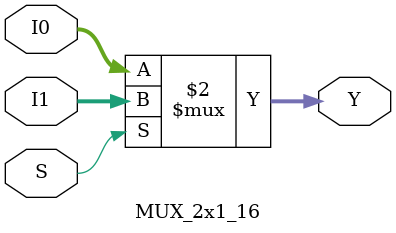
<source format=v>
`timescale 1ns / 1ps


module MUX_2x1_16(
    input [15:0] I0,
    input [15:0] I1,
    input S,
    output [15:0] Y
    );
    assign Y= (S==1'b0) ? I0 : I1;
endmodule

</source>
